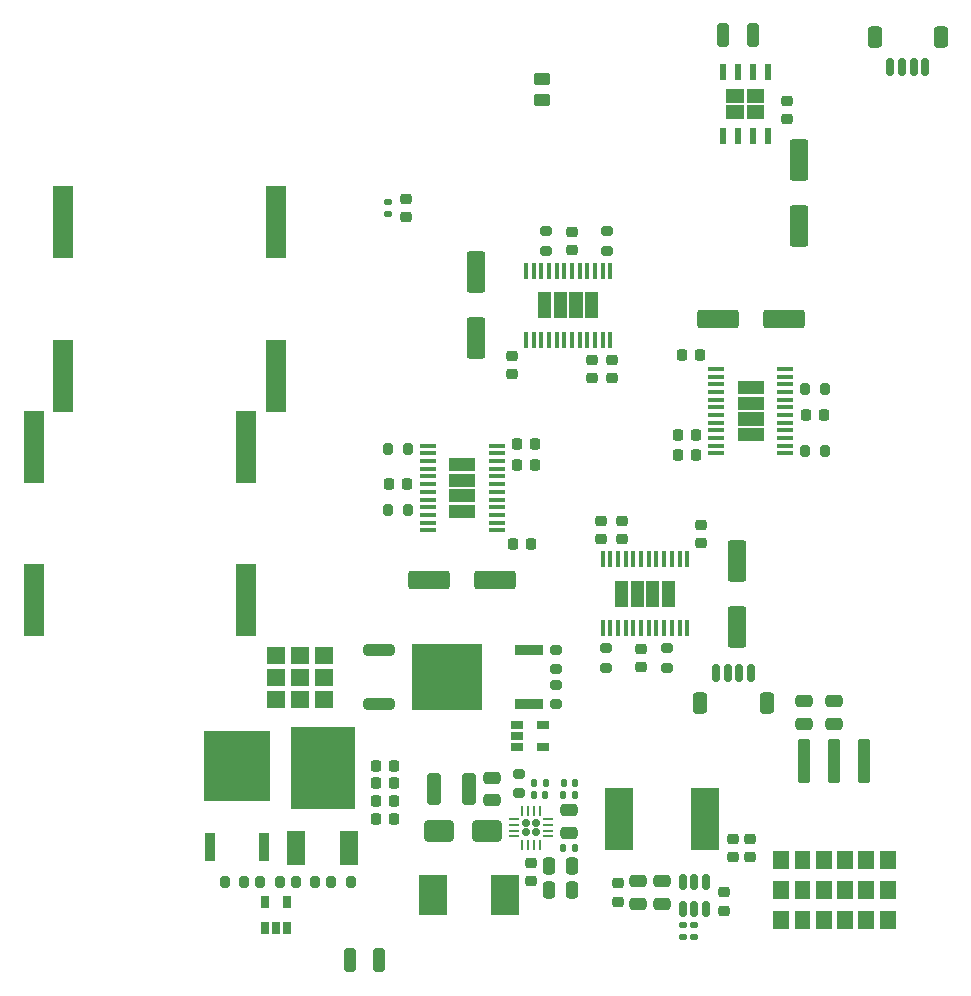
<source format=gbr>
%TF.GenerationSoftware,KiCad,Pcbnew,7.0.8*%
%TF.CreationDate,2023-11-18T19:30:00+11:00*%
%TF.ProjectId,Main 4.3,4d61696e-2034-42e3-932e-6b696361645f,rev?*%
%TF.SameCoordinates,Original*%
%TF.FileFunction,Paste,Top*%
%TF.FilePolarity,Positive*%
%FSLAX46Y46*%
G04 Gerber Fmt 4.6, Leading zero omitted, Abs format (unit mm)*
G04 Created by KiCad (PCBNEW 7.0.8) date 2023-11-18 19:30:00*
%MOMM*%
%LPD*%
G01*
G04 APERTURE LIST*
G04 Aperture macros list*
%AMRoundRect*
0 Rectangle with rounded corners*
0 $1 Rounding radius*
0 $2 $3 $4 $5 $6 $7 $8 $9 X,Y pos of 4 corners*
0 Add a 4 corners polygon primitive as box body*
4,1,4,$2,$3,$4,$5,$6,$7,$8,$9,$2,$3,0*
0 Add four circle primitives for the rounded corners*
1,1,$1+$1,$2,$3*
1,1,$1+$1,$4,$5*
1,1,$1+$1,$6,$7*
1,1,$1+$1,$8,$9*
0 Add four rect primitives between the rounded corners*
20,1,$1+$1,$2,$3,$4,$5,0*
20,1,$1+$1,$4,$5,$6,$7,0*
20,1,$1+$1,$6,$7,$8,$9,0*
20,1,$1+$1,$8,$9,$2,$3,0*%
G04 Aperture macros list end*
%ADD10C,0.010000*%
%ADD11R,1.796999X6.191199*%
%ADD12RoundRect,0.200000X0.275000X-0.200000X0.275000X0.200000X-0.275000X0.200000X-0.275000X-0.200000X0*%
%ADD13RoundRect,0.250000X-0.475000X0.250000X-0.475000X-0.250000X0.475000X-0.250000X0.475000X0.250000X0*%
%ADD14RoundRect,0.225000X-0.250000X0.225000X-0.250000X-0.225000X0.250000X-0.225000X0.250000X0.225000X0*%
%ADD15RoundRect,0.250000X0.450000X-0.262500X0.450000X0.262500X-0.450000X0.262500X-0.450000X-0.262500X0*%
%ADD16RoundRect,0.250000X1.500000X0.550000X-1.500000X0.550000X-1.500000X-0.550000X1.500000X-0.550000X0*%
%ADD17RoundRect,0.250000X-0.250000X-0.750000X0.250000X-0.750000X0.250000X0.750000X-0.250000X0.750000X0*%
%ADD18RoundRect,0.228000X1.092000X0.247000X-1.092000X0.247000X-1.092000X-0.247000X1.092000X-0.247000X0*%
%ADD19RoundRect,0.225000X-0.225000X-0.250000X0.225000X-0.250000X0.225000X0.250000X-0.225000X0.250000X0*%
%ADD20RoundRect,0.225000X0.225000X0.250000X-0.225000X0.250000X-0.225000X-0.250000X0.225000X-0.250000X0*%
%ADD21RoundRect,0.150000X-0.150000X0.512500X-0.150000X-0.512500X0.150000X-0.512500X0.150000X0.512500X0*%
%ADD22RoundRect,0.250000X-1.000000X-0.650000X1.000000X-0.650000X1.000000X0.650000X-1.000000X0.650000X0*%
%ADD23RoundRect,0.250000X0.325000X1.100000X-0.325000X1.100000X-0.325000X-1.100000X0.325000X-1.100000X0*%
%ADD24RoundRect,0.200000X-0.275000X0.200000X-0.275000X-0.200000X0.275000X-0.200000X0.275000X0.200000X0*%
%ADD25RoundRect,0.250000X0.475000X-0.250000X0.475000X0.250000X-0.475000X0.250000X-0.475000X-0.250000X0*%
%ADD26RoundRect,0.225000X0.250000X-0.225000X0.250000X0.225000X-0.250000X0.225000X-0.250000X-0.225000X0*%
%ADD27RoundRect,0.250000X0.250000X0.475000X-0.250000X0.475000X-0.250000X-0.475000X0.250000X-0.475000X0*%
%ADD28RoundRect,0.250000X-0.550000X1.500000X-0.550000X-1.500000X0.550000X-1.500000X0.550000X1.500000X0*%
%ADD29RoundRect,0.140000X-0.140000X-0.170000X0.140000X-0.170000X0.140000X0.170000X-0.140000X0.170000X0*%
%ADD30RoundRect,0.200000X0.200000X0.275000X-0.200000X0.275000X-0.200000X-0.275000X0.200000X-0.275000X0*%
%ADD31RoundRect,0.135000X-0.185000X0.135000X-0.185000X-0.135000X0.185000X-0.135000X0.185000X0.135000X0*%
%ADD32RoundRect,0.200000X-0.200000X-0.275000X0.200000X-0.275000X0.200000X0.275000X-0.200000X0.275000X0*%
%ADD33R,0.558800X1.460500*%
%ADD34RoundRect,0.135000X-0.135000X-0.185000X0.135000X-0.185000X0.135000X0.185000X-0.135000X0.185000X0*%
%ADD35R,1.461999X0.354800*%
%ADD36R,0.939800X2.489200*%
%ADD37R,5.562600X5.918200*%
%ADD38R,0.354800X1.461999*%
%ADD39RoundRect,0.150000X-0.150000X-0.625000X0.150000X-0.625000X0.150000X0.625000X-0.150000X0.625000X0*%
%ADD40RoundRect,0.250000X-0.350000X-0.650000X0.350000X-0.650000X0.350000X0.650000X-0.350000X0.650000X0*%
%ADD41R,0.700000X1.000000*%
%ADD42R,2.350000X3.500000*%
%ADD43RoundRect,0.250000X0.550000X-1.500000X0.550000X1.500000X-0.550000X1.500000X-0.550000X-1.500000X0*%
%ADD44R,1.600200X2.997200*%
%ADD45R,5.451600X7.000000*%
%ADD46R,1.000000X0.700000*%
%ADD47R,2.489200X0.939800*%
%ADD48R,5.918200X5.562600*%
%ADD49RoundRect,0.150000X0.150000X0.625000X-0.150000X0.625000X-0.150000X-0.625000X0.150000X-0.625000X0*%
%ADD50RoundRect,0.250000X0.350000X0.650000X-0.350000X0.650000X-0.350000X-0.650000X0.350000X-0.650000X0*%
%ADD51RoundRect,0.218750X0.256250X-0.218750X0.256250X0.218750X-0.256250X0.218750X-0.256250X-0.218750X0*%
%ADD52R,2.413000X5.334000*%
%ADD53RoundRect,0.118800X-0.376200X1.776200X-0.376200X-1.776200X0.376200X-1.776200X0.376200X1.776200X0*%
%ADD54RoundRect,0.135000X0.185000X-0.135000X0.185000X0.135000X-0.185000X0.135000X-0.185000X-0.135000X0*%
%ADD55RoundRect,0.250000X-0.250000X-0.475000X0.250000X-0.475000X0.250000X0.475000X-0.250000X0.475000X0*%
%ADD56RoundRect,0.062500X0.375000X-0.062500X0.375000X0.062500X-0.375000X0.062500X-0.375000X-0.062500X0*%
%ADD57RoundRect,0.062500X0.062500X-0.375000X0.062500X0.375000X-0.062500X0.375000X-0.062500X-0.375000X0*%
%ADD58RoundRect,0.160000X0.160000X-0.160000X0.160000X0.160000X-0.160000X0.160000X-0.160000X-0.160000X0*%
%ADD59RoundRect,0.250000X-1.500000X-0.550000X1.500000X-0.550000X1.500000X0.550000X-1.500000X0.550000X0*%
G04 APERTURE END LIST*
%TO.C,D3*%
D10*
X122690000Y-171785000D02*
X121230000Y-171785000D01*
X121230000Y-170475000D01*
X122690000Y-170475000D01*
X122690000Y-171785000D01*
G36*
X122690000Y-171785000D02*
G01*
X121230000Y-171785000D01*
X121230000Y-170475000D01*
X122690000Y-170475000D01*
X122690000Y-171785000D01*
G37*
X124720000Y-171785000D02*
X123260000Y-171785000D01*
X123260000Y-170475000D01*
X124720000Y-170475000D01*
X124720000Y-171785000D01*
G36*
X124720000Y-171785000D02*
G01*
X123260000Y-171785000D01*
X123260000Y-170475000D01*
X124720000Y-170475000D01*
X124720000Y-171785000D01*
G37*
X126750000Y-171785000D02*
X125290000Y-171785000D01*
X125290000Y-170475000D01*
X126750000Y-170475000D01*
X126750000Y-171785000D01*
G36*
X126750000Y-171785000D02*
G01*
X125290000Y-171785000D01*
X125290000Y-170475000D01*
X126750000Y-170475000D01*
X126750000Y-171785000D01*
G37*
X122690000Y-169905000D02*
X121230000Y-169905000D01*
X121230000Y-168595000D01*
X122690000Y-168595000D01*
X122690000Y-169905000D01*
G36*
X122690000Y-169905000D02*
G01*
X121230000Y-169905000D01*
X121230000Y-168595000D01*
X122690000Y-168595000D01*
X122690000Y-169905000D01*
G37*
X124720000Y-169905000D02*
X123260000Y-169905000D01*
X123260000Y-168595000D01*
X124720000Y-168595000D01*
X124720000Y-169905000D01*
G36*
X124720000Y-169905000D02*
G01*
X123260000Y-169905000D01*
X123260000Y-168595000D01*
X124720000Y-168595000D01*
X124720000Y-169905000D01*
G37*
X126750000Y-169905000D02*
X125290000Y-169905000D01*
X125290000Y-168595000D01*
X126750000Y-168595000D01*
X126750000Y-169905000D01*
G36*
X126750000Y-169905000D02*
G01*
X125290000Y-169905000D01*
X125290000Y-168595000D01*
X126750000Y-168595000D01*
X126750000Y-169905000D01*
G37*
X122690000Y-168025000D02*
X121230000Y-168025000D01*
X121230000Y-166715000D01*
X122690000Y-166715000D01*
X122690000Y-168025000D01*
G36*
X122690000Y-168025000D02*
G01*
X121230000Y-168025000D01*
X121230000Y-166715000D01*
X122690000Y-166715000D01*
X122690000Y-168025000D01*
G37*
X124720000Y-168025000D02*
X123260000Y-168025000D01*
X123260000Y-166715000D01*
X124720000Y-166715000D01*
X124720000Y-168025000D01*
G36*
X124720000Y-168025000D02*
G01*
X123260000Y-168025000D01*
X123260000Y-166715000D01*
X124720000Y-166715000D01*
X124720000Y-168025000D01*
G37*
X126750000Y-168025000D02*
X125290000Y-168025000D01*
X125290000Y-166715000D01*
X126750000Y-166715000D01*
X126750000Y-168025000D01*
G36*
X126750000Y-168025000D02*
G01*
X125290000Y-168025000D01*
X125290000Y-166715000D01*
X126750000Y-166715000D01*
X126750000Y-168025000D01*
G37*
%TO.C,U12*%
G36*
X163351800Y-120650000D02*
G01*
X161850000Y-120650000D01*
X161850000Y-119491100D01*
X163351800Y-119491100D01*
X163351800Y-120650000D01*
G37*
G36*
X161650000Y-120650000D02*
G01*
X160148200Y-120650000D01*
X160148200Y-119491100D01*
X161650000Y-119491100D01*
X161650000Y-120650000D01*
G37*
G36*
X163351800Y-122008900D02*
G01*
X161850000Y-122008900D01*
X161850000Y-120850000D01*
X163351800Y-120850000D01*
X163351800Y-122008900D01*
G37*
G36*
X161650000Y-122008900D02*
G01*
X160148200Y-122008900D01*
X160148200Y-120850000D01*
X161650000Y-120850000D01*
X161650000Y-122008900D01*
G37*
%TO.C,U101*%
G36*
X163327500Y-145329201D02*
G01*
X161114500Y-145329201D01*
X161114500Y-144208401D01*
X163327500Y-144208401D01*
X163327500Y-145329201D01*
G37*
G36*
X163327500Y-146650001D02*
G01*
X161114500Y-146650001D01*
X161114500Y-145529201D01*
X163327500Y-145529201D01*
X163327500Y-146650001D01*
G37*
G36*
X163327500Y-147970801D02*
G01*
X161114500Y-147970801D01*
X161114500Y-146850001D01*
X163327500Y-146850001D01*
X163327500Y-147970801D01*
G37*
G36*
X163327500Y-149291601D02*
G01*
X161114500Y-149291601D01*
X161114500Y-148170801D01*
X163327500Y-148170801D01*
X163327500Y-149291601D01*
G37*
%TO.C,U102*%
G36*
X155791599Y-163327500D02*
G01*
X154670799Y-163327500D01*
X154670799Y-161114500D01*
X155791599Y-161114500D01*
X155791599Y-163327500D01*
G37*
G36*
X154470799Y-163327500D02*
G01*
X153349999Y-163327500D01*
X153349999Y-161114500D01*
X154470799Y-161114500D01*
X154470799Y-163327500D01*
G37*
G36*
X153149999Y-163327500D02*
G01*
X152029199Y-163327500D01*
X152029199Y-161114500D01*
X153149999Y-161114500D01*
X153149999Y-163327500D01*
G37*
G36*
X151829199Y-163327500D02*
G01*
X150708399Y-163327500D01*
X150708399Y-161114500D01*
X151829199Y-161114500D01*
X151829199Y-163327500D01*
G37*
%TO.C,U104*%
G36*
X145329201Y-138885500D02*
G01*
X144208401Y-138885500D01*
X144208401Y-136672500D01*
X145329201Y-136672500D01*
X145329201Y-138885500D01*
G37*
G36*
X146650001Y-138885500D02*
G01*
X145529201Y-138885500D01*
X145529201Y-136672500D01*
X146650001Y-136672500D01*
X146650001Y-138885500D01*
G37*
G36*
X147970801Y-138885500D02*
G01*
X146850001Y-138885500D01*
X146850001Y-136672500D01*
X147970801Y-136672500D01*
X147970801Y-138885500D01*
G37*
G36*
X149291601Y-138885500D02*
G01*
X148170801Y-138885500D01*
X148170801Y-136672500D01*
X149291601Y-136672500D01*
X149291601Y-138885500D01*
G37*
%TO.C,U103*%
G36*
X138885500Y-155791599D02*
G01*
X136672500Y-155791599D01*
X136672500Y-154670799D01*
X138885500Y-154670799D01*
X138885500Y-155791599D01*
G37*
G36*
X138885500Y-154470799D02*
G01*
X136672500Y-154470799D01*
X136672500Y-153349999D01*
X138885500Y-153349999D01*
X138885500Y-154470799D01*
G37*
G36*
X138885500Y-153149999D02*
G01*
X136672500Y-153149999D01*
X136672500Y-152029199D01*
X138885500Y-152029199D01*
X138885500Y-153149999D01*
G37*
G36*
X138885500Y-151829199D02*
G01*
X136672500Y-151829199D01*
X136672500Y-150708399D01*
X138885500Y-150708399D01*
X138885500Y-151829199D01*
G37*
%TO.C,U3*%
X174380000Y-185415000D02*
X173120000Y-185415000D01*
X173120000Y-183965000D01*
X174380000Y-183965000D01*
X174380000Y-185415000D01*
G36*
X174380000Y-185415000D02*
G01*
X173120000Y-185415000D01*
X173120000Y-183965000D01*
X174380000Y-183965000D01*
X174380000Y-185415000D01*
G37*
X172580000Y-185415000D02*
X171320000Y-185415000D01*
X171320000Y-183965000D01*
X172580000Y-183965000D01*
X172580000Y-185415000D01*
G36*
X172580000Y-185415000D02*
G01*
X171320000Y-185415000D01*
X171320000Y-183965000D01*
X172580000Y-183965000D01*
X172580000Y-185415000D01*
G37*
X170780000Y-185415000D02*
X169520000Y-185415000D01*
X169520000Y-183965000D01*
X170780000Y-183965000D01*
X170780000Y-185415000D01*
G36*
X170780000Y-185415000D02*
G01*
X169520000Y-185415000D01*
X169520000Y-183965000D01*
X170780000Y-183965000D01*
X170780000Y-185415000D01*
G37*
X168980000Y-185415000D02*
X167720000Y-185415000D01*
X167720000Y-183965000D01*
X168980000Y-183965000D01*
X168980000Y-185415000D01*
G36*
X168980000Y-185415000D02*
G01*
X167720000Y-185415000D01*
X167720000Y-183965000D01*
X168980000Y-183965000D01*
X168980000Y-185415000D01*
G37*
X167180000Y-185415000D02*
X165920000Y-185415000D01*
X165920000Y-183965000D01*
X167180000Y-183965000D01*
X167180000Y-185415000D01*
G36*
X167180000Y-185415000D02*
G01*
X165920000Y-185415000D01*
X165920000Y-183965000D01*
X167180000Y-183965000D01*
X167180000Y-185415000D01*
G37*
X165380000Y-185415000D02*
X164120000Y-185415000D01*
X164120000Y-183965000D01*
X165380000Y-183965000D01*
X165380000Y-185415000D01*
G36*
X165380000Y-185415000D02*
G01*
X164120000Y-185415000D01*
X164120000Y-183965000D01*
X165380000Y-183965000D01*
X165380000Y-185415000D01*
G37*
X174380000Y-187955000D02*
X173120000Y-187955000D01*
X173120000Y-186505000D01*
X174380000Y-186505000D01*
X174380000Y-187955000D01*
G36*
X174380000Y-187955000D02*
G01*
X173120000Y-187955000D01*
X173120000Y-186505000D01*
X174380000Y-186505000D01*
X174380000Y-187955000D01*
G37*
X172580000Y-187955000D02*
X171320000Y-187955000D01*
X171320000Y-186505000D01*
X172580000Y-186505000D01*
X172580000Y-187955000D01*
G36*
X172580000Y-187955000D02*
G01*
X171320000Y-187955000D01*
X171320000Y-186505000D01*
X172580000Y-186505000D01*
X172580000Y-187955000D01*
G37*
X170780000Y-187955000D02*
X169520000Y-187955000D01*
X169520000Y-186505000D01*
X170780000Y-186505000D01*
X170780000Y-187955000D01*
G36*
X170780000Y-187955000D02*
G01*
X169520000Y-187955000D01*
X169520000Y-186505000D01*
X170780000Y-186505000D01*
X170780000Y-187955000D01*
G37*
X168980000Y-187955000D02*
X167720000Y-187955000D01*
X167720000Y-186505000D01*
X168980000Y-186505000D01*
X168980000Y-187955000D01*
G36*
X168980000Y-187955000D02*
G01*
X167720000Y-187955000D01*
X167720000Y-186505000D01*
X168980000Y-186505000D01*
X168980000Y-187955000D01*
G37*
X167180000Y-187955000D02*
X165920000Y-187955000D01*
X165920000Y-186505000D01*
X167180000Y-186505000D01*
X167180000Y-187955000D01*
G36*
X167180000Y-187955000D02*
G01*
X165920000Y-187955000D01*
X165920000Y-186505000D01*
X167180000Y-186505000D01*
X167180000Y-187955000D01*
G37*
X165380000Y-187955000D02*
X164120000Y-187955000D01*
X164120000Y-186505000D01*
X165380000Y-186505000D01*
X165380000Y-187955000D01*
G36*
X165380000Y-187955000D02*
G01*
X164120000Y-187955000D01*
X164120000Y-186505000D01*
X165380000Y-186505000D01*
X165380000Y-187955000D01*
G37*
X174380000Y-190495000D02*
X173120000Y-190495000D01*
X173120000Y-189045000D01*
X174380000Y-189045000D01*
X174380000Y-190495000D01*
G36*
X174380000Y-190495000D02*
G01*
X173120000Y-190495000D01*
X173120000Y-189045000D01*
X174380000Y-189045000D01*
X174380000Y-190495000D01*
G37*
X172580000Y-190495000D02*
X171320000Y-190495000D01*
X171320000Y-189045000D01*
X172580000Y-189045000D01*
X172580000Y-190495000D01*
G36*
X172580000Y-190495000D02*
G01*
X171320000Y-190495000D01*
X171320000Y-189045000D01*
X172580000Y-189045000D01*
X172580000Y-190495000D01*
G37*
X170780000Y-190495000D02*
X169520000Y-190495000D01*
X169520000Y-189045000D01*
X170780000Y-189045000D01*
X170780000Y-190495000D01*
G36*
X170780000Y-190495000D02*
G01*
X169520000Y-190495000D01*
X169520000Y-189045000D01*
X170780000Y-189045000D01*
X170780000Y-190495000D01*
G37*
X168980000Y-190495000D02*
X167720000Y-190495000D01*
X167720000Y-189045000D01*
X168980000Y-189045000D01*
X168980000Y-190495000D01*
G36*
X168980000Y-190495000D02*
G01*
X167720000Y-190495000D01*
X167720000Y-189045000D01*
X168980000Y-189045000D01*
X168980000Y-190495000D01*
G37*
X167180000Y-190495000D02*
X165920000Y-190495000D01*
X165920000Y-189045000D01*
X167180000Y-189045000D01*
X167180000Y-190495000D01*
G36*
X167180000Y-190495000D02*
G01*
X165920000Y-190495000D01*
X165920000Y-189045000D01*
X167180000Y-189045000D01*
X167180000Y-190495000D01*
G37*
X165380000Y-190495000D02*
X164120000Y-190495000D01*
X164120000Y-189045000D01*
X165380000Y-189045000D01*
X165380000Y-190495000D01*
G36*
X165380000Y-190495000D02*
G01*
X164120000Y-190495000D01*
X164120000Y-189045000D01*
X165380000Y-189045000D01*
X165380000Y-190495000D01*
G37*
%TD*%
D11*
%TO.C,C30*%
X104000000Y-130739700D03*
X104000000Y-143760300D03*
%TD*%
D12*
%TO.C,R20*%
X145750000Y-168575000D03*
X145750000Y-166925000D03*
%TD*%
D13*
%TO.C,C19*%
X140337500Y-177800000D03*
X140337500Y-179700000D03*
%TD*%
D14*
%TO.C,C120*%
X141975000Y-142075000D03*
X141975000Y-143625000D03*
%TD*%
D15*
%TO.C,R13*%
X144500000Y-120412500D03*
X144500000Y-118587500D03*
%TD*%
D16*
%TO.C,C113*%
X140579000Y-161025000D03*
X134979000Y-161025000D03*
%TD*%
D17*
%TO.C,J15*%
X159850000Y-114900000D03*
%TD*%
D18*
%TO.C,D3*%
X130740000Y-171536000D03*
X130740000Y-166964000D03*
%TD*%
D19*
%TO.C,C26*%
X130464400Y-181266352D03*
X132014400Y-181266352D03*
%TD*%
D12*
%TO.C,R111*%
X144875000Y-133175000D03*
X144875000Y-131525000D03*
%TD*%
D20*
%TO.C,C27*%
X132014400Y-179766352D03*
X130464400Y-179766352D03*
%TD*%
%TO.C,C29*%
X132014400Y-176766352D03*
X130464400Y-176766352D03*
%TD*%
D21*
%TO.C,U1*%
X158384750Y-186612500D03*
X157434750Y-186612500D03*
X156484750Y-186612500D03*
X156484750Y-188887500D03*
X157434750Y-188887500D03*
X158384750Y-188887500D03*
%TD*%
D13*
%TO.C,C4*%
X154684750Y-186550000D03*
X154684750Y-188450000D03*
%TD*%
D19*
%TO.C,C114*%
X142425000Y-151275000D03*
X143975000Y-151275000D03*
%TD*%
D20*
%TO.C,C105*%
X157925000Y-141975000D03*
X156375000Y-141975000D03*
%TD*%
D22*
%TO.C,D1*%
X135837500Y-182250000D03*
X139837500Y-182250000D03*
%TD*%
D23*
%TO.C,C18*%
X138312500Y-178750000D03*
X135362500Y-178750000D03*
%TD*%
D24*
%TO.C,R112*%
X150075000Y-131525000D03*
X150075000Y-133175000D03*
%TD*%
D25*
%TO.C,C7*%
X166750000Y-173200000D03*
X166750000Y-171300000D03*
%TD*%
D26*
%TO.C,C9*%
X143587500Y-186525000D03*
X143587500Y-184975000D03*
%TD*%
D27*
%TO.C,C12*%
X147037500Y-185250000D03*
X145137500Y-185250000D03*
%TD*%
D14*
%TO.C,C13*%
X162184750Y-182975000D03*
X162184750Y-184525000D03*
%TD*%
D28*
%TO.C,C108*%
X161025000Y-159421000D03*
X161025000Y-165021000D03*
%TD*%
D11*
%TO.C,C32*%
X119500000Y-162760300D03*
X119500000Y-149739700D03*
%TD*%
D29*
%TO.C,C5*%
X143857500Y-179225000D03*
X144817500Y-179225000D03*
%TD*%
D12*
%TO.C,R106*%
X149925000Y-168475000D03*
X149925000Y-166825000D03*
%TD*%
D11*
%TO.C,C33*%
X101500000Y-162760300D03*
X101500000Y-149739700D03*
%TD*%
D30*
%TO.C,R103*%
X168475000Y-150075000D03*
X166825000Y-150075000D03*
%TD*%
D31*
%TO.C,R5*%
X156434750Y-190240000D03*
X156434750Y-191260000D03*
%TD*%
D32*
%TO.C,R42*%
X120675000Y-186625452D03*
X122325000Y-186625452D03*
%TD*%
D17*
%TO.C,J3*%
X128250000Y-193250000D03*
%TD*%
D29*
%TO.C,C11*%
X146357500Y-178250000D03*
X147317500Y-178250000D03*
%TD*%
D20*
%TO.C,C102*%
X157575000Y-150475000D03*
X156025000Y-150475000D03*
%TD*%
D26*
%TO.C,C107*%
X149525000Y-157575000D03*
X149525000Y-156025000D03*
%TD*%
D33*
%TO.C,U12*%
X159845000Y-118025850D03*
X161115000Y-118025850D03*
X162385000Y-118025850D03*
X163655000Y-118025850D03*
X163655000Y-123474150D03*
X162385000Y-123474150D03*
X161115000Y-123474150D03*
X159845000Y-123474150D03*
%TD*%
D34*
%TO.C,R9*%
X143827500Y-178225000D03*
X144847500Y-178225000D03*
%TD*%
D26*
%TO.C,C110*%
X158025000Y-157925000D03*
X158025000Y-156375000D03*
%TD*%
D14*
%TO.C,C119*%
X148725000Y-142425000D03*
X148725000Y-143975000D03*
%TD*%
D24*
%TO.C,R105*%
X155125000Y-166825000D03*
X155125000Y-168475000D03*
%TD*%
D32*
%TO.C,R41*%
X117675000Y-186625452D03*
X119325000Y-186625452D03*
%TD*%
D14*
%TO.C,C117*%
X150475000Y-142425000D03*
X150475000Y-143975000D03*
%TD*%
D24*
%TO.C,R8*%
X142587500Y-177425000D03*
X142587500Y-179075000D03*
%TD*%
D35*
%TO.C,U101*%
X159300000Y-150325000D03*
X159300000Y-149674999D03*
X159300000Y-149025000D03*
X159300000Y-148374999D03*
X159300000Y-147725000D03*
X159300000Y-147074999D03*
X159300000Y-146425000D03*
X159300000Y-145775002D03*
X159300000Y-145125000D03*
X159300000Y-144475002D03*
X159300000Y-143825001D03*
X159300000Y-143175002D03*
X165142000Y-143175002D03*
X165142000Y-143825003D03*
X165142000Y-144475002D03*
X165142000Y-145125003D03*
X165142000Y-145775002D03*
X165142000Y-146425003D03*
X165142000Y-147075002D03*
X165142000Y-147725003D03*
X165142000Y-148375002D03*
X165142000Y-149025003D03*
X165142000Y-149675001D03*
X165142000Y-150325000D03*
%TD*%
D36*
%TO.C,Q3*%
X116427300Y-183672752D03*
D37*
X118713300Y-176751252D03*
D36*
X120999300Y-183672752D03*
%TD*%
D30*
%TO.C,R108*%
X133175000Y-155125000D03*
X131525000Y-155125000D03*
%TD*%
D25*
%TO.C,C3*%
X169250000Y-173200000D03*
X169250000Y-171300000D03*
%TD*%
D14*
%TO.C,C52*%
X165250000Y-120475000D03*
X165250000Y-122025000D03*
%TD*%
D30*
%TO.C,R43*%
X128325000Y-186625452D03*
X126675000Y-186625452D03*
%TD*%
D17*
%TO.C,J4*%
X130750000Y-193250000D03*
%TD*%
D14*
%TO.C,C116*%
X147075000Y-131575000D03*
X147075000Y-133125000D03*
%TD*%
D38*
%TO.C,U102*%
X149675000Y-159300000D03*
X150325001Y-159300000D03*
X150975000Y-159300000D03*
X151625001Y-159300000D03*
X152275000Y-159300000D03*
X152925001Y-159300000D03*
X153575000Y-159300000D03*
X154224998Y-159300000D03*
X154875000Y-159300000D03*
X155524998Y-159300000D03*
X156174999Y-159300000D03*
X156824998Y-159300000D03*
X156824998Y-165142000D03*
X156174997Y-165142000D03*
X155524998Y-165142000D03*
X154874997Y-165142000D03*
X154224998Y-165142000D03*
X153574997Y-165142000D03*
X152924998Y-165142000D03*
X152274997Y-165142000D03*
X151624998Y-165142000D03*
X150974997Y-165142000D03*
X150324999Y-165142000D03*
X149675000Y-165142000D03*
%TD*%
D20*
%TO.C,C104*%
X157575000Y-148725000D03*
X156025000Y-148725000D03*
%TD*%
D32*
%TO.C,R109*%
X131525000Y-149925000D03*
X133175000Y-149925000D03*
%TD*%
D14*
%TO.C,C6*%
X150934750Y-186725000D03*
X150934750Y-188275000D03*
%TD*%
D12*
%TO.C,R19*%
X145750000Y-171575000D03*
X145750000Y-169925000D03*
%TD*%
D39*
%TO.C,J20*%
X174000000Y-117575000D03*
X175000000Y-117575000D03*
X176000000Y-117575000D03*
X177000000Y-117575000D03*
D40*
X172700000Y-115050000D03*
X178300000Y-115050000D03*
%TD*%
D41*
%TO.C,U13*%
X121041868Y-190497583D03*
X121991869Y-190497583D03*
X122941870Y-190497583D03*
X122941870Y-188298583D03*
X121041868Y-188298583D03*
%TD*%
D42*
%TO.C,L3*%
X141362500Y-187750000D03*
X135312500Y-187750000D03*
%TD*%
D11*
%TO.C,C31*%
X122000000Y-130739700D03*
X122000000Y-143760300D03*
%TD*%
D14*
%TO.C,C10*%
X159934750Y-187475000D03*
X159934750Y-189025000D03*
%TD*%
D34*
%TO.C,R2*%
X146327500Y-183750000D03*
X147347500Y-183750000D03*
%TD*%
D43*
%TO.C,C118*%
X138975000Y-140579000D03*
X138975000Y-134979000D03*
%TD*%
D17*
%TO.C,J14*%
X162400000Y-114900000D03*
%TD*%
D19*
%TO.C,C112*%
X142425000Y-149525000D03*
X143975000Y-149525000D03*
%TD*%
D26*
%TO.C,C106*%
X152925000Y-168425000D03*
X152925000Y-166875000D03*
%TD*%
D44*
%TO.C,Q4*%
X123739400Y-183766352D03*
X128209800Y-183766352D03*
D45*
X126000000Y-176985952D03*
%TD*%
D46*
%TO.C,U7*%
X142400500Y-173299999D03*
X142400500Y-174250000D03*
X142400500Y-175200001D03*
X144599500Y-175200001D03*
X144599500Y-173299999D03*
%TD*%
D20*
%TO.C,C101*%
X168425000Y-147075000D03*
X166875000Y-147075000D03*
%TD*%
D13*
%TO.C,C8*%
X146837500Y-180550000D03*
X146837500Y-182450000D03*
%TD*%
D31*
%TO.C,R52*%
X131500000Y-129040000D03*
X131500000Y-130060000D03*
%TD*%
D28*
%TO.C,C51*%
X166250000Y-125450000D03*
X166250000Y-131050000D03*
%TD*%
D38*
%TO.C,U104*%
X150325000Y-140700000D03*
X149674999Y-140700000D03*
X149025000Y-140700000D03*
X148374999Y-140700000D03*
X147725000Y-140700000D03*
X147074999Y-140700000D03*
X146425000Y-140700000D03*
X145775002Y-140700000D03*
X145125000Y-140700000D03*
X144475002Y-140700000D03*
X143825001Y-140700000D03*
X143175002Y-140700000D03*
X143175002Y-134858000D03*
X143825003Y-134858000D03*
X144475002Y-134858000D03*
X145125003Y-134858000D03*
X145775002Y-134858000D03*
X146425003Y-134858000D03*
X147075002Y-134858000D03*
X147725003Y-134858000D03*
X148375002Y-134858000D03*
X149025003Y-134858000D03*
X149675001Y-134858000D03*
X150325000Y-134858000D03*
%TD*%
D47*
%TO.C,Q2*%
X143406900Y-171536000D03*
D48*
X136485400Y-169250000D03*
D47*
X143406900Y-166964000D03*
%TD*%
D49*
%TO.C,J21*%
X162250000Y-168925000D03*
X161250000Y-168925000D03*
X160250000Y-168925000D03*
X159250000Y-168925000D03*
D50*
X163550000Y-171450000D03*
X157950000Y-171450000D03*
%TD*%
D32*
%TO.C,R102*%
X166825000Y-144875000D03*
X168475000Y-144875000D03*
%TD*%
D19*
%TO.C,C111*%
X131575000Y-152925000D03*
X133125000Y-152925000D03*
%TD*%
D32*
%TO.C,R44*%
X123675000Y-186625452D03*
X125325000Y-186625452D03*
%TD*%
D51*
%TO.C,D7*%
X133000000Y-130337500D03*
X133000000Y-128762500D03*
%TD*%
D34*
%TO.C,R3*%
X146327500Y-179250000D03*
X147347500Y-179250000D03*
%TD*%
D52*
%TO.C,L1*%
X151065250Y-181250000D03*
X158304250Y-181250000D03*
%TD*%
D35*
%TO.C,U103*%
X140700000Y-149675000D03*
X140700000Y-150325001D03*
X140700000Y-150975000D03*
X140700000Y-151625001D03*
X140700000Y-152275000D03*
X140700000Y-152925001D03*
X140700000Y-153575000D03*
X140700000Y-154224998D03*
X140700000Y-154875000D03*
X140700000Y-155524998D03*
X140700000Y-156174999D03*
X140700000Y-156824998D03*
X134858000Y-156824998D03*
X134858000Y-156174997D03*
X134858000Y-155524998D03*
X134858000Y-154874997D03*
X134858000Y-154224998D03*
X134858000Y-153574997D03*
X134858000Y-152924998D03*
X134858000Y-152274997D03*
X134858000Y-151624998D03*
X134858000Y-150974997D03*
X134858000Y-150324999D03*
X134858000Y-149675000D03*
%TD*%
D19*
%TO.C,C115*%
X142075000Y-158025000D03*
X143625000Y-158025000D03*
%TD*%
D26*
%TO.C,C109*%
X151275000Y-157575000D03*
X151275000Y-156025000D03*
%TD*%
D53*
%TO.C,U3*%
X171790000Y-176350000D03*
X169250000Y-176350000D03*
X166710000Y-176350000D03*
%TD*%
D13*
%TO.C,C1*%
X152684750Y-186550000D03*
X152684750Y-188450000D03*
%TD*%
D14*
%TO.C,C14*%
X160684750Y-182975000D03*
X160684750Y-184525000D03*
%TD*%
D54*
%TO.C,R4*%
X157434750Y-191260000D03*
X157434750Y-190240000D03*
%TD*%
D55*
%TO.C,C2*%
X145137500Y-187250000D03*
X147037500Y-187250000D03*
%TD*%
D56*
%TO.C,U2*%
X142150000Y-182750000D03*
X142150000Y-182250000D03*
X142150000Y-181750000D03*
X142150000Y-181250000D03*
D57*
X142837500Y-180562500D03*
X143337500Y-180562500D03*
X143837500Y-180562500D03*
X144337500Y-180562500D03*
D56*
X145025000Y-181250000D03*
X145025000Y-181750000D03*
X145025000Y-182250000D03*
X145025000Y-182750000D03*
D57*
X144337500Y-183437500D03*
X143837500Y-183437500D03*
X143337500Y-183437500D03*
X142837500Y-183437500D03*
D58*
X143987500Y-181600000D03*
X143187500Y-181600000D03*
X143987500Y-182400000D03*
X143187500Y-182400000D03*
%TD*%
D19*
%TO.C,C28*%
X130464400Y-178266352D03*
X132014400Y-178266352D03*
%TD*%
D59*
%TO.C,C103*%
X159421000Y-138975000D03*
X165021000Y-138975000D03*
%TD*%
M02*

</source>
